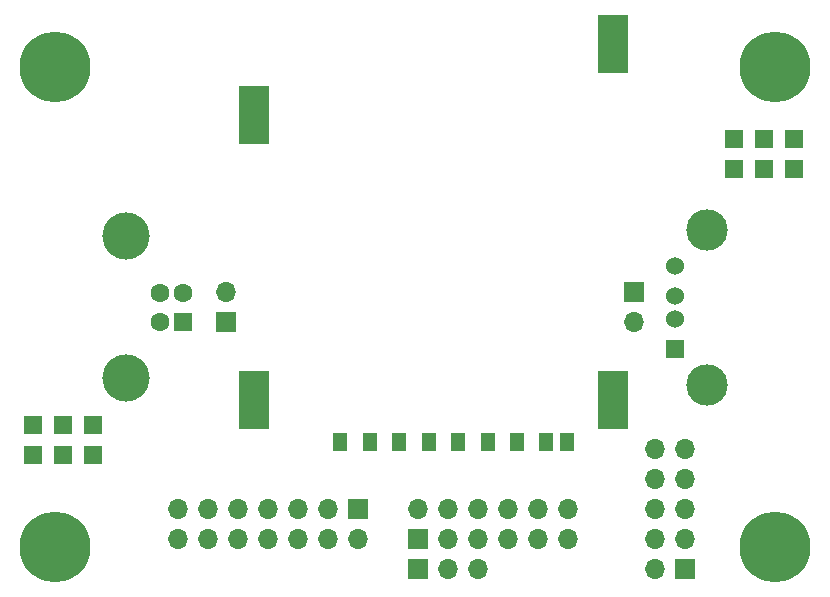
<source format=gbr>
%TF.GenerationSoftware,KiCad,Pcbnew,7.0.7-7.0.7~ubuntu23.04.1*%
%TF.CreationDate,2023-09-27T06:57:11+00:00*%
%TF.ProjectId,USBSDREADER01,55534253-4452-4454-9144-455230312e6b,rev?*%
%TF.SameCoordinates,Original*%
%TF.FileFunction,Soldermask,Top*%
%TF.FilePolarity,Negative*%
%FSLAX46Y46*%
G04 Gerber Fmt 4.6, Leading zero omitted, Abs format (unit mm)*
G04 Created by KiCad (PCBNEW 7.0.7-7.0.7~ubuntu23.04.1) date 2023-09-27 06:57:11*
%MOMM*%
%LPD*%
G01*
G04 APERTURE LIST*
%ADD10C,6.000000*%
%ADD11R,1.700000X1.700000*%
%ADD12O,1.700000X1.700000*%
%ADD13R,1.200000X1.600000*%
%ADD14R,2.500000X5.000000*%
%ADD15R,1.600000X1.600000*%
%ADD16C,1.600000*%
%ADD17C,4.000000*%
%ADD18R,1.524000X1.524000*%
%ADD19C,1.524000*%
%ADD20C,3.500000*%
G04 APERTURE END LIST*
D10*
%TO.C,M2*%
X71120000Y50800000D03*
%TD*%
D11*
%TO.C,J7*%
X40850000Y10825000D03*
D12*
X40850000Y13365000D03*
X43390000Y10825000D03*
X43390000Y13365000D03*
X45930000Y10825000D03*
X45930000Y13365000D03*
X48470000Y10825000D03*
X48470000Y13365000D03*
X51010000Y10825000D03*
X51010000Y13365000D03*
X53550000Y10825000D03*
X53550000Y13365000D03*
%TD*%
D10*
%TO.C,M4*%
X71120000Y10160000D03*
%TD*%
D13*
%TO.C,J9*%
X36785850Y19100000D03*
X39285850Y19100000D03*
X41785850Y19100000D03*
X44285850Y19100000D03*
X46785850Y19100000D03*
X49285850Y19100000D03*
X51715850Y19100000D03*
X53515850Y19100000D03*
X34285850Y19100000D03*
D14*
X26950850Y22600000D03*
X57400850Y22600000D03*
X26950850Y46800000D03*
X57400850Y52800000D03*
%TD*%
D11*
%TO.C,J6*%
X63500000Y8300000D03*
D12*
X60960000Y8300000D03*
X63500000Y10840000D03*
X60960000Y10840000D03*
X63500000Y13380000D03*
X60960000Y13380000D03*
X63500000Y15920000D03*
X60960000Y15920000D03*
X63500000Y18460000D03*
X60960000Y18460000D03*
%TD*%
D11*
%TO.C,J10*%
X24612500Y29205001D03*
D12*
X24612500Y31745001D03*
%TD*%
D15*
%TO.C,J2*%
X21000000Y29230001D03*
D16*
X21000000Y31730001D03*
X19000000Y31730001D03*
X19000000Y29230001D03*
D17*
X16140000Y24480001D03*
X16140000Y36480001D03*
%TD*%
D18*
%TO.C,J1*%
X67640000Y42230000D03*
X67640000Y44770000D03*
X70180000Y42230000D03*
X70180000Y44770000D03*
X72720000Y42230000D03*
X72720000Y44770000D03*
%TD*%
D10*
%TO.C,M3*%
X10160000Y10160000D03*
%TD*%
D18*
%TO.C,J3*%
X62672500Y26980001D03*
D19*
X62672500Y29480001D03*
X62672500Y31480001D03*
X62672500Y33980001D03*
D20*
X65382500Y23910001D03*
X65382500Y37050001D03*
%TD*%
D10*
%TO.C,M1*%
X10160000Y50800000D03*
%TD*%
D11*
%TO.C,J5*%
X35770000Y13365000D03*
D12*
X35770000Y10825000D03*
X33230000Y13365000D03*
X33230000Y10825000D03*
X30690000Y13365000D03*
X30690000Y10825000D03*
X28150000Y13365000D03*
X28150000Y10825000D03*
X25610000Y13365000D03*
X25610000Y10825000D03*
X23070000Y13365000D03*
X23070000Y10825000D03*
X20530000Y13365000D03*
X20530000Y10825000D03*
%TD*%
D11*
%TO.C,J11*%
X59200000Y31755001D03*
D12*
X59200000Y29215001D03*
%TD*%
D11*
%TO.C,J8*%
X40850000Y8285000D03*
D12*
X43390000Y8285000D03*
X45930000Y8285000D03*
%TD*%
D18*
%TO.C,J4*%
X13380000Y20550000D03*
X13380000Y18010000D03*
X10840000Y20550000D03*
X10840000Y18010000D03*
X8300000Y20550000D03*
X8300000Y18010000D03*
%TD*%
M02*

</source>
